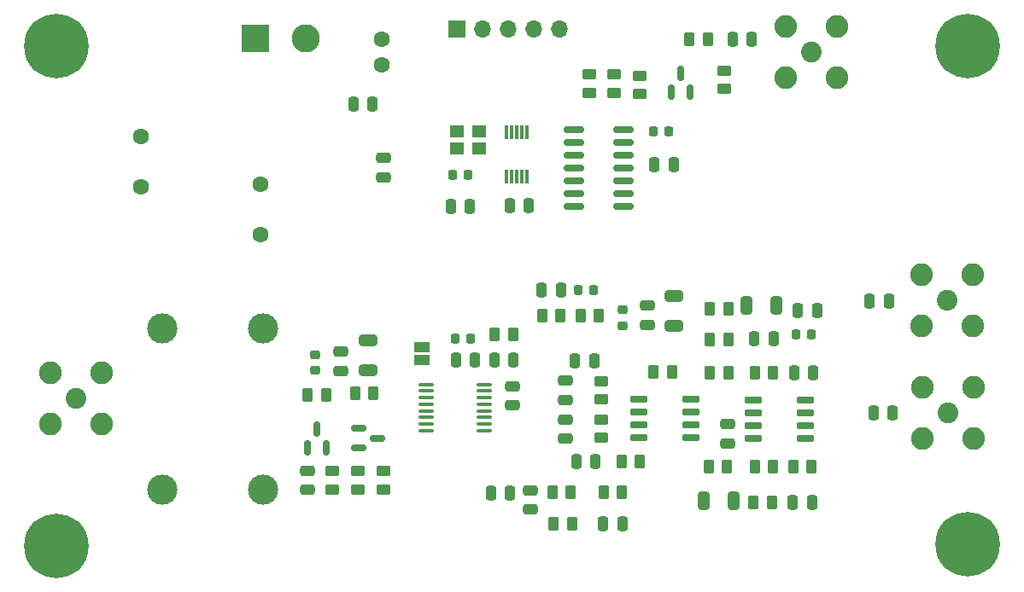
<source format=gbr>
%TF.GenerationSoftware,KiCad,Pcbnew,(6.0.0)*%
%TF.CreationDate,2022-06-16T16:12:24+02:00*%
%TF.ProjectId,sdrt41,73647274-3431-42e6-9b69-6361645f7063,rev?*%
%TF.SameCoordinates,Original*%
%TF.FileFunction,Soldermask,Top*%
%TF.FilePolarity,Negative*%
%FSLAX46Y46*%
G04 Gerber Fmt 4.6, Leading zero omitted, Abs format (unit mm)*
G04 Created by KiCad (PCBNEW (6.0.0)) date 2022-06-16 16:12:24*
%MOMM*%
%LPD*%
G01*
G04 APERTURE LIST*
G04 Aperture macros list*
%AMRoundRect*
0 Rectangle with rounded corners*
0 $1 Rounding radius*
0 $2 $3 $4 $5 $6 $7 $8 $9 X,Y pos of 4 corners*
0 Add a 4 corners polygon primitive as box body*
4,1,4,$2,$3,$4,$5,$6,$7,$8,$9,$2,$3,0*
0 Add four circle primitives for the rounded corners*
1,1,$1+$1,$2,$3*
1,1,$1+$1,$4,$5*
1,1,$1+$1,$6,$7*
1,1,$1+$1,$8,$9*
0 Add four rect primitives between the rounded corners*
20,1,$1+$1,$2,$3,$4,$5,0*
20,1,$1+$1,$4,$5,$6,$7,0*
20,1,$1+$1,$6,$7,$8,$9,0*
20,1,$1+$1,$8,$9,$2,$3,0*%
G04 Aperture macros list end*
%ADD10RoundRect,0.250000X0.475000X-0.250000X0.475000X0.250000X-0.475000X0.250000X-0.475000X-0.250000X0*%
%ADD11RoundRect,0.250000X-0.262500X-0.450000X0.262500X-0.450000X0.262500X0.450000X-0.262500X0.450000X0*%
%ADD12RoundRect,0.250000X0.325000X0.650000X-0.325000X0.650000X-0.325000X-0.650000X0.325000X-0.650000X0*%
%ADD13RoundRect,0.250000X-0.650000X0.325000X-0.650000X-0.325000X0.650000X-0.325000X0.650000X0.325000X0*%
%ADD14RoundRect,0.150000X0.150000X-0.587500X0.150000X0.587500X-0.150000X0.587500X-0.150000X-0.587500X0*%
%ADD15RoundRect,0.250000X0.262500X0.450000X-0.262500X0.450000X-0.262500X-0.450000X0.262500X-0.450000X0*%
%ADD16RoundRect,0.250000X-0.250000X-0.475000X0.250000X-0.475000X0.250000X0.475000X-0.250000X0.475000X0*%
%ADD17RoundRect,0.250000X0.250000X0.475000X-0.250000X0.475000X-0.250000X-0.475000X0.250000X-0.475000X0*%
%ADD18R,0.300000X1.400000*%
%ADD19C,2.050000*%
%ADD20C,2.250000*%
%ADD21C,0.800000*%
%ADD22C,6.400000*%
%ADD23RoundRect,0.218750X-0.218750X-0.256250X0.218750X-0.256250X0.218750X0.256250X-0.218750X0.256250X0*%
%ADD24RoundRect,0.250000X-0.475000X0.250000X-0.475000X-0.250000X0.475000X-0.250000X0.475000X0.250000X0*%
%ADD25R,1.500000X1.000000*%
%ADD26RoundRect,0.250000X-0.450000X0.262500X-0.450000X-0.262500X0.450000X-0.262500X0.450000X0.262500X0*%
%ADD27RoundRect,0.218750X-0.256250X0.218750X-0.256250X-0.218750X0.256250X-0.218750X0.256250X0.218750X0*%
%ADD28RoundRect,0.218750X0.218750X0.256250X-0.218750X0.256250X-0.218750X-0.256250X0.218750X-0.256250X0*%
%ADD29RoundRect,0.250000X0.450000X-0.262500X0.450000X0.262500X-0.450000X0.262500X-0.450000X-0.262500X0*%
%ADD30C,1.600000*%
%ADD31RoundRect,0.100000X-0.637500X-0.100000X0.637500X-0.100000X0.637500X0.100000X-0.637500X0.100000X0*%
%ADD32RoundRect,0.150000X-0.825000X-0.150000X0.825000X-0.150000X0.825000X0.150000X-0.825000X0.150000X0*%
%ADD33R,2.800000X2.800000*%
%ADD34C,2.800000*%
%ADD35C,3.000000*%
%ADD36R,1.400000X1.200000*%
%ADD37RoundRect,0.250000X-0.325000X-0.650000X0.325000X-0.650000X0.325000X0.650000X-0.325000X0.650000X0*%
%ADD38RoundRect,0.150000X-0.725000X-0.150000X0.725000X-0.150000X0.725000X0.150000X-0.725000X0.150000X0*%
%ADD39RoundRect,0.150000X0.725000X0.150000X-0.725000X0.150000X-0.725000X-0.150000X0.725000X-0.150000X0*%
%ADD40R,1.700000X1.700000*%
%ADD41O,1.700000X1.700000*%
%ADD42RoundRect,0.150000X-0.587500X-0.150000X0.587500X-0.150000X0.587500X0.150000X-0.587500X0.150000X0*%
G04 APERTURE END LIST*
D10*
%TO.C,C7*%
X53213000Y-111567000D03*
X53213000Y-109667000D03*
%TD*%
D11*
%TO.C,R19*%
X76430500Y-94234000D03*
X78255500Y-94234000D03*
%TD*%
D12*
%TO.C,C11*%
X99646000Y-93218000D03*
X96696000Y-93218000D03*
%TD*%
D13*
%TO.C,C3*%
X59182000Y-96696000D03*
X59182000Y-99646000D03*
%TD*%
D14*
%TO.C,Q3*%
X89220000Y-72057500D03*
X91120000Y-72057500D03*
X90170000Y-70182500D03*
%TD*%
D11*
%TO.C,R3*%
X57888500Y-101981000D03*
X59713500Y-101981000D03*
%TD*%
D15*
%TO.C,R18*%
X79398500Y-114935000D03*
X77573500Y-114935000D03*
%TD*%
D16*
%TO.C,C10*%
X67884000Y-98679000D03*
X69784000Y-98679000D03*
%TD*%
%TO.C,C20*%
X101793000Y-93726000D03*
X103693000Y-93726000D03*
%TD*%
%TO.C,C31*%
X97475000Y-96520000D03*
X99375000Y-96520000D03*
%TD*%
D17*
%TO.C,C2*%
X89469000Y-79248000D03*
X87569000Y-79248000D03*
%TD*%
D18*
%TO.C,U7*%
X74914000Y-76032000D03*
X74414000Y-76032000D03*
X73914000Y-76032000D03*
X73414000Y-76032000D03*
X72914000Y-76032000D03*
X72914000Y-80432000D03*
X73414000Y-80432000D03*
X73914000Y-80432000D03*
X74414000Y-80432000D03*
X74914000Y-80432000D03*
%TD*%
D14*
%TO.C,Q1*%
X53152000Y-107363500D03*
X55052000Y-107363500D03*
X54102000Y-105488500D03*
%TD*%
D19*
%TO.C,J6*%
X116586000Y-92710000D03*
D20*
X119126000Y-90170000D03*
X114046000Y-90170000D03*
X119126000Y-95250000D03*
X114046000Y-95250000D03*
%TD*%
D21*
%TO.C,H1*%
X116920944Y-69197056D03*
X121018000Y-67500000D03*
X120315056Y-65802944D03*
X120315056Y-69197056D03*
D22*
X118618000Y-67500000D03*
D21*
X118618000Y-65100000D03*
X116920944Y-65802944D03*
X118618000Y-69900000D03*
X116218000Y-67500000D03*
%TD*%
D16*
%TO.C,C18*%
X67376000Y-83439000D03*
X69276000Y-83439000D03*
%TD*%
D23*
%TO.C,L6*%
X101574500Y-96139000D03*
X103149500Y-96139000D03*
%TD*%
D24*
%TO.C,C15*%
X73533000Y-101285000D03*
X73533000Y-103185000D03*
%TD*%
D25*
%TO.C,JP1*%
X64516000Y-97394000D03*
X64516000Y-98694000D03*
%TD*%
D17*
%TO.C,C21*%
X81595000Y-98740000D03*
X79695000Y-98740000D03*
%TD*%
D13*
%TO.C,C28*%
X89535000Y-92300000D03*
X89535000Y-95250000D03*
%TD*%
D17*
%TO.C,C8*%
X59624000Y-73279000D03*
X57724000Y-73279000D03*
%TD*%
D15*
%TO.C,R22*%
X94789000Y-109220000D03*
X92964000Y-109220000D03*
%TD*%
%TO.C,R24*%
X99337500Y-99949000D03*
X97512500Y-99949000D03*
%TD*%
D19*
%TO.C,J4*%
X103124000Y-68072000D03*
D20*
X100584000Y-65532000D03*
X105664000Y-65532000D03*
X105664000Y-70612000D03*
X100584000Y-70612000D03*
%TD*%
D26*
%TO.C,R7*%
X81153000Y-70334500D03*
X81153000Y-72159500D03*
%TD*%
D16*
%TO.C,C25*%
X82489000Y-114935000D03*
X84389000Y-114935000D03*
%TD*%
D15*
%TO.C,R13*%
X86129500Y-108712000D03*
X84304500Y-108712000D03*
%TD*%
D27*
%TO.C,L4*%
X84455000Y-93700500D03*
X84455000Y-95275500D03*
%TD*%
D28*
%TO.C,L7*%
X81587500Y-91700000D03*
X80012500Y-91700000D03*
%TD*%
D24*
%TO.C,C13*%
X78740000Y-106487000D03*
X78740000Y-104587000D03*
%TD*%
D29*
%TO.C,R10*%
X82296000Y-102573500D03*
X82296000Y-100748500D03*
%TD*%
D19*
%TO.C,J2*%
X30226000Y-102489000D03*
D20*
X32766000Y-105029000D03*
X32766000Y-99949000D03*
X27686000Y-105029000D03*
X27686000Y-99949000D03*
%TD*%
D11*
%TO.C,R27*%
X101322500Y-109220000D03*
X103147500Y-109220000D03*
%TD*%
D19*
%TO.C,J5*%
X116713000Y-103886000D03*
D20*
X119253000Y-101346000D03*
X119253000Y-106426000D03*
X114173000Y-106426000D03*
X114173000Y-101346000D03*
%TD*%
D29*
%TO.C,R12*%
X86106000Y-72286500D03*
X86106000Y-70461500D03*
%TD*%
D26*
%TO.C,R16*%
X94488000Y-69953500D03*
X94488000Y-71778500D03*
%TD*%
D16*
%TO.C,C34*%
X108905000Y-92837000D03*
X110805000Y-92837000D03*
%TD*%
D11*
%TO.C,R25*%
X93067500Y-96647000D03*
X94892500Y-96647000D03*
%TD*%
%TO.C,R28*%
X93067500Y-93599000D03*
X94892500Y-93599000D03*
%TD*%
%TO.C,R23*%
X97385500Y-112776000D03*
X99210500Y-112776000D03*
%TD*%
D16*
%TO.C,C17*%
X79822000Y-108773000D03*
X81722000Y-108773000D03*
%TD*%
D27*
%TO.C,L2*%
X53975000Y-98145500D03*
X53975000Y-99720500D03*
%TD*%
D10*
%TO.C,C22*%
X75285600Y-113522800D03*
X75285600Y-111622800D03*
%TD*%
D30*
%TO.C,C5*%
X60579000Y-69342000D03*
X60579000Y-66842000D03*
%TD*%
D21*
%TO.C,H4*%
X26623944Y-69197056D03*
X30018056Y-69197056D03*
X30018056Y-65802944D03*
X26623944Y-65802944D03*
X28321000Y-69900000D03*
X30721000Y-67500000D03*
X28321000Y-65100000D03*
X25921000Y-67500000D03*
D22*
X28321000Y-67500000D03*
%TD*%
D31*
%TO.C,U5*%
X64955500Y-101103000D03*
X64955500Y-101753000D03*
X64955500Y-102403000D03*
X64955500Y-103053000D03*
X64955500Y-103703000D03*
X64955500Y-104353000D03*
X64955500Y-105003000D03*
X64955500Y-105653000D03*
X70680500Y-105653000D03*
X70680500Y-105003000D03*
X70680500Y-104353000D03*
X70680500Y-103703000D03*
X70680500Y-103053000D03*
X70680500Y-102403000D03*
X70680500Y-101753000D03*
X70680500Y-101103000D03*
%TD*%
D32*
%TO.C,U3*%
X79567000Y-75819000D03*
X79567000Y-77089000D03*
X79567000Y-78359000D03*
X79567000Y-79629000D03*
X79567000Y-80899000D03*
X79567000Y-82169000D03*
X79567000Y-83439000D03*
X84517000Y-83439000D03*
X84517000Y-82169000D03*
X84517000Y-80899000D03*
X84517000Y-79629000D03*
X84517000Y-78359000D03*
X84517000Y-77089000D03*
X84517000Y-75819000D03*
%TD*%
D11*
%TO.C,R2*%
X53189500Y-102108000D03*
X55014500Y-102108000D03*
%TD*%
D15*
%TO.C,R11*%
X79271500Y-111760000D03*
X77446500Y-111760000D03*
%TD*%
%TO.C,R26*%
X99337500Y-109220000D03*
X97512500Y-109220000D03*
%TD*%
D33*
%TO.C,J1*%
X48046000Y-66782000D03*
D34*
X53046000Y-66782000D03*
%TD*%
D29*
%TO.C,R4*%
X58166000Y-111529500D03*
X58166000Y-109704500D03*
%TD*%
D35*
%TO.C,T1*%
X38815000Y-95505000D03*
X38815000Y-111505000D03*
X48815000Y-95505000D03*
X48815000Y-111505000D03*
%TD*%
D30*
%TO.C,C4*%
X36703000Y-76494000D03*
X36703000Y-81494000D03*
%TD*%
D36*
%TO.C,Y1*%
X70188000Y-75985000D03*
X67988000Y-75985000D03*
X67988000Y-77685000D03*
X70188000Y-77685000D03*
%TD*%
D24*
%TO.C,C14*%
X78740000Y-100711000D03*
X78740000Y-102611000D03*
%TD*%
D16*
%TO.C,C33*%
X109286000Y-103886000D03*
X111186000Y-103886000D03*
%TD*%
D37*
%TO.C,C27*%
X92505000Y-112649000D03*
X95455000Y-112649000D03*
%TD*%
D17*
%TO.C,C23*%
X75118000Y-83312000D03*
X73218000Y-83312000D03*
%TD*%
%TO.C,C16*%
X71389200Y-111861600D03*
X73289200Y-111861600D03*
%TD*%
D38*
%TO.C,U8*%
X97374000Y-102616000D03*
X97374000Y-103886000D03*
X97374000Y-105156000D03*
X97374000Y-106426000D03*
X102524000Y-106426000D03*
X102524000Y-105156000D03*
X102524000Y-103886000D03*
X102524000Y-102616000D03*
%TD*%
D15*
%TO.C,R9*%
X73556500Y-96139000D03*
X71731500Y-96139000D03*
%TD*%
D24*
%TO.C,C12*%
X86868000Y-93284000D03*
X86868000Y-95184000D03*
%TD*%
D29*
%TO.C,R8*%
X82296000Y-106383500D03*
X82296000Y-104558500D03*
%TD*%
D15*
%TO.C,R21*%
X94892500Y-99949000D03*
X93067500Y-99949000D03*
%TD*%
D23*
%TO.C,L3*%
X67792500Y-96520000D03*
X69367500Y-96520000D03*
%TD*%
D11*
%TO.C,R20*%
X80240500Y-94234000D03*
X82065500Y-94234000D03*
%TD*%
D10*
%TO.C,C9*%
X60706000Y-80513000D03*
X60706000Y-78613000D03*
%TD*%
D11*
%TO.C,R14*%
X87479500Y-99822000D03*
X89304500Y-99822000D03*
%TD*%
D17*
%TO.C,C30*%
X103185000Y-112776000D03*
X101285000Y-112776000D03*
%TD*%
%TO.C,C24*%
X97216000Y-66802000D03*
X95316000Y-66802000D03*
%TD*%
D39*
%TO.C,U6*%
X91221000Y-106360000D03*
X91221000Y-105090000D03*
X91221000Y-103820000D03*
X91221000Y-102550000D03*
X86071000Y-102550000D03*
X86071000Y-103820000D03*
X86071000Y-105090000D03*
X86071000Y-106360000D03*
%TD*%
D24*
%TO.C,C6*%
X56515000Y-97856000D03*
X56515000Y-99756000D03*
%TD*%
D26*
%TO.C,R1*%
X55626000Y-109704500D03*
X55626000Y-111529500D03*
%TD*%
D40*
%TO.C,J3*%
X68025000Y-65850000D03*
D41*
X70565000Y-65850000D03*
X73105000Y-65850000D03*
X75645000Y-65850000D03*
X78185000Y-65850000D03*
%TD*%
D15*
%TO.C,R17*%
X84351500Y-111760000D03*
X82526500Y-111760000D03*
%TD*%
D26*
%TO.C,R6*%
X83566000Y-70334500D03*
X83566000Y-72159500D03*
%TD*%
D16*
%TO.C,C19*%
X71694000Y-98679000D03*
X73594000Y-98679000D03*
%TD*%
%TO.C,C26*%
X76393000Y-91694000D03*
X78293000Y-91694000D03*
%TD*%
D15*
%TO.C,R15*%
X92860500Y-66802000D03*
X91035500Y-66802000D03*
%TD*%
D21*
%TO.C,H2*%
X118618000Y-114567000D03*
X118618000Y-119367000D03*
X116920944Y-118664056D03*
X121018000Y-116967000D03*
X116218000Y-116967000D03*
D22*
X118618000Y-116967000D03*
D21*
X116920944Y-115269944D03*
X120315056Y-115269944D03*
X120315056Y-118664056D03*
%TD*%
D30*
%TO.C,C1*%
X48514000Y-81193000D03*
X48514000Y-86193000D03*
%TD*%
D29*
%TO.C,R5*%
X60706000Y-111529500D03*
X60706000Y-109704500D03*
%TD*%
D42*
%TO.C,Q2*%
X58244500Y-105476000D03*
X58244500Y-107376000D03*
X60119500Y-106426000D03*
%TD*%
D10*
%TO.C,C32*%
X94869000Y-106934000D03*
X94869000Y-105034000D03*
%TD*%
D21*
%TO.C,H3*%
X25921000Y-117094000D03*
X30721000Y-117094000D03*
X30018056Y-118791056D03*
X26623944Y-118791056D03*
X30018056Y-115396944D03*
X28321000Y-119494000D03*
X26623944Y-115396944D03*
D22*
X28321000Y-117094000D03*
D21*
X28321000Y-114694000D03*
%TD*%
D28*
%TO.C,L1*%
X89027000Y-75946000D03*
X87452000Y-75946000D03*
%TD*%
D23*
%TO.C,L5*%
X67564000Y-80264000D03*
X69139000Y-80264000D03*
%TD*%
D17*
%TO.C,C29*%
X103312000Y-99949000D03*
X101412000Y-99949000D03*
%TD*%
M02*

</source>
